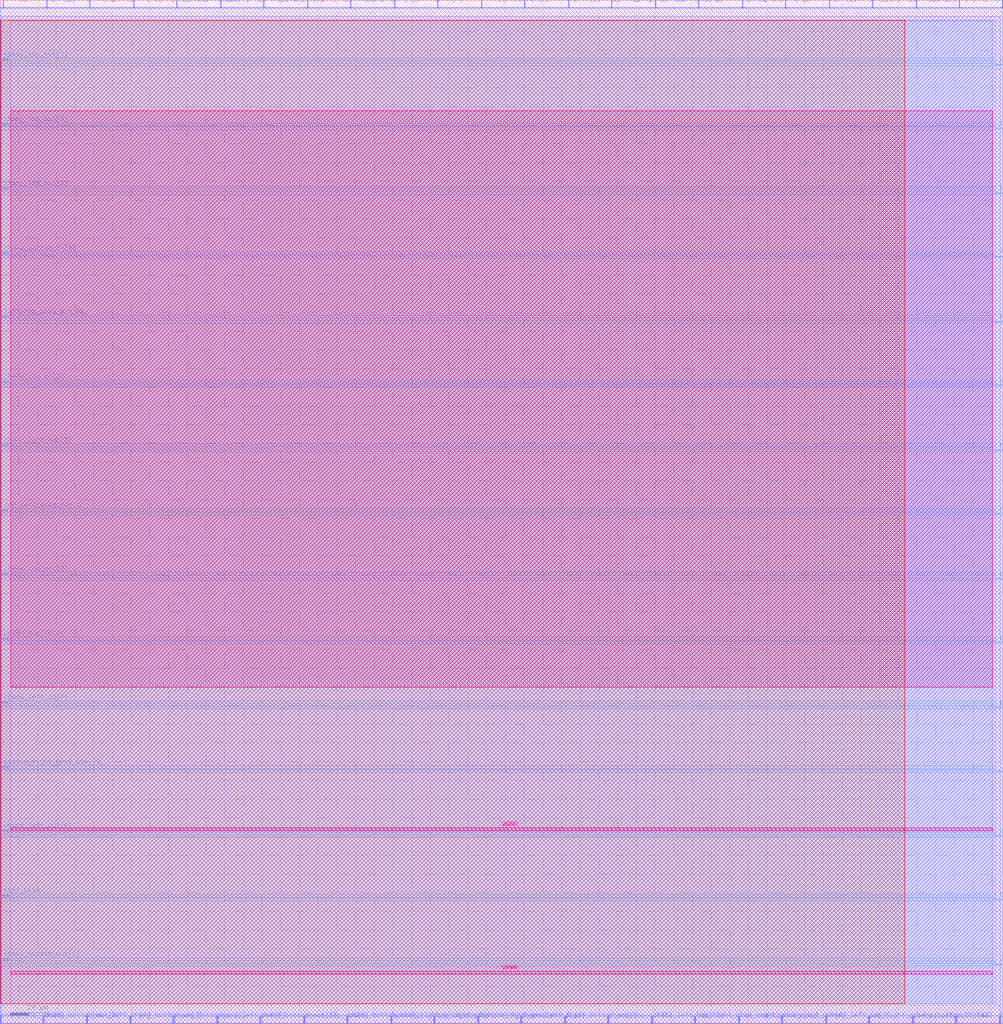
<source format=lef>
VERSION 5.7 ;
  NAMESCASESENSITIVE ON ;
  NOWIREEXTENSIONATPIN ON ;
  DIVIDERCHAR "/" ;
  BUSBITCHARS "[]" ;
UNITS
  DATABASE MICRONS 200 ;
END UNITS

MACRO sb_3__1_
  CLASS BLOCK ;
  FOREIGN sb_3__1_ ;
  ORIGIN 0.000 0.000 ;
  SIZE 536.095 BY 546.815 ;
  PIN bottom_left_grid_pin_13_
    DIRECTION INPUT ;
    PORT
      LAYER met2 ;
        RECT 303.690 542.815 303.970 546.815 ;
    END
  END bottom_left_grid_pin_13_
  PIN bottom_right_grid_pin_11_
    DIRECTION INPUT ;
    PORT
      LAYER met2 ;
        RECT 512.530 542.815 512.810 546.815 ;
    END
  END bottom_right_grid_pin_11_
  PIN bottom_right_grid_pin_13_
    DIRECTION INPUT ;
    PORT
      LAYER met3 ;
        RECT 0.000 136.720 4.000 137.320 ;
    END
  END bottom_right_grid_pin_13_
  PIN bottom_right_grid_pin_15_
    DIRECTION INPUT ;
    PORT
      LAYER met2 ;
        RECT 71.390 542.815 71.670 546.815 ;
    END
  END bottom_right_grid_pin_15_
  PIN bottom_right_grid_pin_1_
    DIRECTION INPUT ;
    PORT
      LAYER met3 ;
        RECT 532.095 374.720 536.095 375.320 ;
    END
  END bottom_right_grid_pin_1_
  PIN bottom_right_grid_pin_3_
    DIRECTION INPUT ;
    PORT
      LAYER met2 ;
        RECT 208.930 0.000 209.210 4.000 ;
    END
  END bottom_right_grid_pin_3_
  PIN bottom_right_grid_pin_5_
    DIRECTION INPUT ;
    PORT
      LAYER met2 ;
        RECT 255.390 0.000 255.670 4.000 ;
    END
  END bottom_right_grid_pin_5_
  PIN bottom_right_grid_pin_7_
    DIRECTION INPUT ;
    PORT
      LAYER met3 ;
        RECT 532.095 443.400 536.095 444.000 ;
    END
  END bottom_right_grid_pin_7_
  PIN bottom_right_grid_pin_9_
    DIRECTION INPUT ;
    PORT
      LAYER met2 ;
        RECT 326.690 542.815 326.970 546.815 ;
    END
  END bottom_right_grid_pin_9_
  PIN ccff_head
    DIRECTION INPUT ;
    PORT
      LAYER met3 ;
        RECT 0.000 68.040 4.000 68.640 ;
    END
  END ccff_head
  PIN ccff_tail
    DIRECTION OUTPUT TRISTATE ;
    PORT
      LAYER met2 ;
        RECT 510.690 0.000 510.970 4.000 ;
    END
  END ccff_tail
  PIN chanx_left_in[0]
    DIRECTION INPUT ;
    PORT
      LAYER met2 ;
        RECT 443.070 542.815 443.350 546.815 ;
    END
  END chanx_left_in[0]
  PIN chanx_left_in[1]
    DIRECTION INPUT ;
    PORT
      LAYER met2 ;
        RECT 278.390 0.000 278.670 4.000 ;
    END
  END chanx_left_in[1]
  PIN chanx_left_in[2]
    DIRECTION INPUT ;
    PORT
      LAYER met2 ;
        RECT 187.310 542.815 187.590 546.815 ;
    END
  END chanx_left_in[2]
  PIN chanx_left_in[3]
    DIRECTION INPUT ;
    PORT
      LAYER met3 ;
        RECT 532.095 340.720 536.095 341.320 ;
    END
  END chanx_left_in[3]
  PIN chanx_left_in[4]
    DIRECTION INPUT ;
    PORT
      LAYER met2 ;
        RECT 46.090 0.000 46.370 4.000 ;
    END
  END chanx_left_in[4]
  PIN chanx_left_in[5]
    DIRECTION INPUT ;
    PORT
      LAYER met3 ;
        RECT 0.000 171.400 4.000 172.000 ;
    END
  END chanx_left_in[5]
  PIN chanx_left_in[6]
    DIRECTION INPUT ;
    PORT
      LAYER met2 ;
        RECT 350.150 542.815 350.430 546.815 ;
    END
  END chanx_left_in[6]
  PIN chanx_left_in[7]
    DIRECTION INPUT ;
    PORT
      LAYER met2 ;
        RECT 441.230 0.000 441.510 4.000 ;
    END
  END chanx_left_in[7]
  PIN chanx_left_in[8]
    DIRECTION INPUT ;
    PORT
      LAYER met3 ;
        RECT 532.095 66.000 536.095 66.600 ;
    END
  END chanx_left_in[8]
  PIN chanx_left_out[0]
    DIRECTION OUTPUT TRISTATE ;
    PORT
      LAYER met3 ;
        RECT 0.000 308.760 4.000 309.360 ;
    END
  END chanx_left_out[0]
  PIN chanx_left_out[1]
    DIRECTION OUTPUT TRISTATE ;
    PORT
      LAYER met2 ;
        RECT 535.530 542.815 535.810 546.815 ;
    END
  END chanx_left_out[1]
  PIN chanx_left_out[2]
    DIRECTION OUTPUT TRISTATE ;
    PORT
      LAYER met2 ;
        RECT 210.770 542.815 211.050 546.815 ;
    END
  END chanx_left_out[2]
  PIN chanx_left_out[3]
    DIRECTION OUTPUT TRISTATE ;
    PORT
      LAYER met2 ;
        RECT 348.310 0.000 348.590 4.000 ;
    END
  END chanx_left_out[3]
  PIN chanx_left_out[4]
    DIRECTION OUTPUT TRISTATE ;
    PORT
      LAYER met3 ;
        RECT 0.000 102.720 4.000 103.320 ;
    END
  END chanx_left_out[4]
  PIN chanx_left_out[5]
    DIRECTION OUTPUT TRISTATE ;
    PORT
      LAYER met2 ;
        RECT 116.010 0.000 116.290 4.000 ;
    END
  END chanx_left_out[5]
  PIN chanx_left_out[6]
    DIRECTION OUTPUT TRISTATE ;
    PORT
      LAYER met3 ;
        RECT 532.095 478.080 536.095 478.680 ;
    END
  END chanx_left_out[6]
  PIN chanx_left_out[7]
    DIRECTION OUTPUT TRISTATE ;
    PORT
      LAYER met2 ;
        RECT 24.930 542.815 25.210 546.815 ;
    END
  END chanx_left_out[7]
  PIN chanx_left_out[8]
    DIRECTION OUTPUT TRISTATE ;
    PORT
      LAYER met2 ;
        RECT 47.930 542.815 48.210 546.815 ;
    END
  END chanx_left_out[8]
  PIN chany_bottom_in[0]
    DIRECTION INPUT ;
    PORT
      LAYER met2 ;
        RECT 419.610 542.815 419.890 546.815 ;
    END
  END chany_bottom_in[0]
  PIN chany_bottom_in[1]
    DIRECTION INPUT ;
    PORT
      LAYER met2 ;
        RECT 94.390 542.815 94.670 546.815 ;
    END
  END chany_bottom_in[1]
  PIN chany_bottom_in[2]
    DIRECTION INPUT ;
    PORT
      LAYER met2 ;
        RECT 534.150 0.000 534.430 4.000 ;
    END
  END chany_bottom_in[2]
  PIN chany_bottom_in[3]
    DIRECTION INPUT ;
    PORT
      LAYER met3 ;
        RECT 0.000 411.440 4.000 412.040 ;
    END
  END chany_bottom_in[3]
  PIN chany_bottom_in[4]
    DIRECTION INPUT ;
    PORT
      LAYER met3 ;
        RECT 532.095 100.000 536.095 100.600 ;
    END
  END chany_bottom_in[4]
  PIN chany_bottom_in[5]
    DIRECTION INPUT ;
    PORT
      LAYER met2 ;
        RECT 1.470 542.815 1.750 546.815 ;
    END
  END chany_bottom_in[5]
  PIN chany_bottom_in[6]
    DIRECTION INPUT ;
    PORT
      LAYER met2 ;
        RECT 92.550 0.000 92.830 4.000 ;
    END
  END chany_bottom_in[6]
  PIN chany_bottom_in[7]
    DIRECTION INPUT ;
    PORT
      LAYER met2 ;
        RECT 69.550 0.000 69.830 4.000 ;
    END
  END chany_bottom_in[7]
  PIN chany_bottom_in[8]
    DIRECTION INPUT ;
    PORT
      LAYER met2 ;
        RECT 301.850 0.000 302.130 4.000 ;
    END
  END chany_bottom_in[8]
  PIN chany_bottom_out[0]
    DIRECTION OUTPUT TRISTATE ;
    PORT
      LAYER met3 ;
        RECT 0.000 34.040 4.000 34.640 ;
    END
  END chany_bottom_out[0]
  PIN chany_bottom_out[1]
    DIRECTION OUTPUT TRISTATE ;
    PORT
      LAYER met2 ;
        RECT 185.470 0.000 185.750 4.000 ;
    END
  END chany_bottom_out[1]
  PIN chany_bottom_out[2]
    DIRECTION OUTPUT TRISTATE ;
    PORT
      LAYER met2 ;
        RECT 139.010 0.000 139.290 4.000 ;
    END
  END chany_bottom_out[2]
  PIN chany_bottom_out[3]
    DIRECTION OUTPUT TRISTATE ;
    PORT
      LAYER met2 ;
        RECT 373.150 542.815 373.430 546.815 ;
    END
  END chany_bottom_out[3]
  PIN chany_bottom_out[4]
    DIRECTION OUTPUT TRISTATE ;
    PORT
      LAYER met2 ;
        RECT 23.090 0.000 23.370 4.000 ;
    END
  END chany_bottom_out[4]
  PIN chany_bottom_out[5]
    DIRECTION OUTPUT TRISTATE ;
    PORT
      LAYER met3 ;
        RECT 532.095 306.040 536.095 306.640 ;
    END
  END chany_bottom_out[5]
  PIN chany_bottom_out[6]
    DIRECTION OUTPUT TRISTATE ;
    PORT
      LAYER met2 ;
        RECT 487.690 0.000 487.970 4.000 ;
    END
  END chany_bottom_out[6]
  PIN chany_bottom_out[7]
    DIRECTION OUTPUT TRISTATE ;
    PORT
      LAYER met2 ;
        RECT 280.230 542.815 280.510 546.815 ;
    END
  END chany_bottom_out[7]
  PIN chany_bottom_out[8]
    DIRECTION OUTPUT TRISTATE ;
    PORT
      LAYER met3 ;
        RECT 532.095 512.080 536.095 512.680 ;
    END
  END chany_bottom_out[8]
  PIN chany_top_in[0]
    DIRECTION INPUT ;
    PORT
      LAYER met3 ;
        RECT 532.095 272.040 536.095 272.640 ;
    END
  END chany_top_in[0]
  PIN chany_top_in[1]
    DIRECTION INPUT ;
    PORT
      LAYER met3 ;
        RECT 532.095 31.320 536.095 31.920 ;
    END
  END chany_top_in[1]
  PIN chany_top_in[2]
    DIRECTION INPUT ;
    PORT
      LAYER met3 ;
        RECT 0.000 205.400 4.000 206.000 ;
    END
  END chany_top_in[2]
  PIN chany_top_in[3]
    DIRECTION INPUT ;
    PORT
      LAYER met2 ;
        RECT 140.850 542.815 141.130 546.815 ;
    END
  END chany_top_in[3]
  PIN chany_top_in[4]
    DIRECTION INPUT ;
    PORT
      LAYER met3 ;
        RECT 532.095 237.360 536.095 237.960 ;
    END
  END chany_top_in[4]
  PIN chany_top_in[5]
    DIRECTION INPUT ;
    PORT
      LAYER met3 ;
        RECT 532.095 203.360 536.095 203.960 ;
    END
  END chany_top_in[5]
  PIN chany_top_in[6]
    DIRECTION INPUT ;
    PORT
      LAYER met2 ;
        RECT 257.230 542.815 257.510 546.815 ;
    END
  END chany_top_in[6]
  PIN chany_top_in[7]
    DIRECTION INPUT ;
    PORT
      LAYER met2 ;
        RECT 489.530 542.815 489.810 546.815 ;
    END
  END chany_top_in[7]
  PIN chany_top_in[8]
    DIRECTION INPUT ;
    PORT
      LAYER met3 ;
        RECT 0.000 342.760 4.000 343.360 ;
    END
  END chany_top_in[8]
  PIN chany_top_out[0]
    DIRECTION OUTPUT TRISTATE ;
    PORT
      LAYER met2 ;
        RECT 0.090 0.000 0.370 4.000 ;
    END
  END chany_top_out[0]
  PIN chany_top_out[1]
    DIRECTION OUTPUT TRISTATE ;
    PORT
      LAYER met3 ;
        RECT 0.000 446.120 4.000 446.720 ;
    END
  END chany_top_out[1]
  PIN chany_top_out[2]
    DIRECTION OUTPUT TRISTATE ;
    PORT
      LAYER met2 ;
        RECT 162.470 0.000 162.750 4.000 ;
    END
  END chany_top_out[2]
  PIN chany_top_out[3]
    DIRECTION OUTPUT TRISTATE ;
    PORT
      LAYER met3 ;
        RECT 0.000 514.800 4.000 515.400 ;
    END
  END chany_top_out[3]
  PIN chany_top_out[4]
    DIRECTION OUTPUT TRISTATE ;
    PORT
      LAYER met3 ;
        RECT 0.000 480.120 4.000 480.720 ;
    END
  END chany_top_out[4]
  PIN chany_top_out[5]
    DIRECTION OUTPUT TRISTATE ;
    PORT
      LAYER met2 ;
        RECT 324.850 0.000 325.130 4.000 ;
    END
  END chany_top_out[5]
  PIN chany_top_out[6]
    DIRECTION OUTPUT TRISTATE ;
    PORT
      LAYER met2 ;
        RECT 417.770 0.000 418.050 4.000 ;
    END
  END chany_top_out[6]
  PIN chany_top_out[7]
    DIRECTION OUTPUT TRISTATE ;
    PORT
      LAYER met2 ;
        RECT 396.610 542.815 396.890 546.815 ;
    END
  END chany_top_out[7]
  PIN chany_top_out[8]
    DIRECTION OUTPUT TRISTATE ;
    PORT
      LAYER met3 ;
        RECT 0.000 240.080 4.000 240.680 ;
    END
  END chany_top_out[8]
  PIN left_bottom_grid_pin_12_
    DIRECTION INPUT ;
    PORT
      LAYER met3 ;
        RECT 532.095 134.680 536.095 135.280 ;
    END
  END left_bottom_grid_pin_12_
  PIN left_top_grid_pin_10_
    DIRECTION INPUT ;
    PORT
      LAYER met3 ;
        RECT 0.000 377.440 4.000 378.040 ;
    END
  END left_top_grid_pin_10_
  PIN pReset
    DIRECTION INPUT ;
    PORT
      LAYER met2 ;
        RECT 233.770 542.815 234.050 546.815 ;
    END
  END pReset
  PIN prog_clk
    DIRECTION INPUT ;
    PORT
      LAYER met3 ;
        RECT 532.095 168.680 536.095 169.280 ;
    END
  END prog_clk
  PIN top_left_grid_pin_13_
    DIRECTION INPUT ;
    PORT
      LAYER met3 ;
        RECT 0.000 274.080 4.000 274.680 ;
    END
  END top_left_grid_pin_13_
  PIN top_right_grid_pin_11_
    DIRECTION INPUT ;
    PORT
      LAYER met2 ;
        RECT 371.310 0.000 371.590 4.000 ;
    END
  END top_right_grid_pin_11_
  PIN top_right_grid_pin_13_
    DIRECTION INPUT ;
    PORT
      LAYER met2 ;
        RECT 164.310 542.815 164.590 546.815 ;
    END
  END top_right_grid_pin_13_
  PIN top_right_grid_pin_15_
    DIRECTION INPUT ;
    PORT
      LAYER met2 ;
        RECT 464.230 0.000 464.510 4.000 ;
    END
  END top_right_grid_pin_15_
  PIN top_right_grid_pin_1_
    DIRECTION INPUT ;
    PORT
      LAYER met2 ;
        RECT 394.770 0.000 395.050 4.000 ;
    END
  END top_right_grid_pin_1_
  PIN top_right_grid_pin_3_
    DIRECTION INPUT ;
    PORT
      LAYER met2 ;
        RECT 466.070 542.815 466.350 546.815 ;
    END
  END top_right_grid_pin_3_
  PIN top_right_grid_pin_5_
    DIRECTION INPUT ;
    PORT
      LAYER met3 ;
        RECT 532.095 409.400 536.095 410.000 ;
    END
  END top_right_grid_pin_5_
  PIN top_right_grid_pin_7_
    DIRECTION INPUT ;
    PORT
      LAYER met2 ;
        RECT 117.850 542.815 118.130 546.815 ;
    END
  END top_right_grid_pin_7_
  PIN top_right_grid_pin_9_
    DIRECTION INPUT ;
    PORT
      LAYER met2 ;
        RECT 231.930 0.000 232.210 4.000 ;
    END
  END top_right_grid_pin_9_
  PIN VPWR
    DIRECTION INPUT ;
    USE POWER ;
    PORT
      LAYER met5 ;
        RECT 5.520 26.490 530.380 28.090 ;
    END
  END VPWR
  PIN VGND
    DIRECTION INPUT ;
    USE GROUND ;
    PORT
      LAYER met5 ;
        RECT 5.520 103.080 530.380 104.680 ;
    END
  END VGND
  OBS
      LAYER li1 ;
        RECT 5.520 10.795 530.380 535.925 ;
      LAYER met1 ;
        RECT 0.530 0.380 534.450 538.180 ;
      LAYER met2 ;
        RECT 0.090 542.535 1.190 543.050 ;
        RECT 2.030 542.535 24.650 543.050 ;
        RECT 25.490 542.535 47.650 543.050 ;
        RECT 48.490 542.535 71.110 543.050 ;
        RECT 71.950 542.535 94.110 543.050 ;
        RECT 94.950 542.535 117.570 543.050 ;
        RECT 118.410 542.535 140.570 543.050 ;
        RECT 141.410 542.535 164.030 543.050 ;
        RECT 164.870 542.535 187.030 543.050 ;
        RECT 187.870 542.535 210.490 543.050 ;
        RECT 211.330 542.535 233.490 543.050 ;
        RECT 234.330 542.535 256.950 543.050 ;
        RECT 257.790 542.535 279.950 543.050 ;
        RECT 280.790 542.535 303.410 543.050 ;
        RECT 304.250 542.535 326.410 543.050 ;
        RECT 327.250 542.535 349.870 543.050 ;
        RECT 350.710 542.535 372.870 543.050 ;
        RECT 373.710 542.535 396.330 543.050 ;
        RECT 397.170 542.535 419.330 543.050 ;
        RECT 420.170 542.535 442.790 543.050 ;
        RECT 443.630 542.535 465.790 543.050 ;
        RECT 466.630 542.535 489.250 543.050 ;
        RECT 490.090 542.535 512.250 543.050 ;
        RECT 513.090 542.535 535.250 543.050 ;
        RECT 0.090 4.280 535.530 542.535 ;
        RECT 0.650 0.270 22.810 4.280 ;
        RECT 23.650 0.270 45.810 4.280 ;
        RECT 46.650 0.270 69.270 4.280 ;
        RECT 70.110 0.270 92.270 4.280 ;
        RECT 93.110 0.270 115.730 4.280 ;
        RECT 116.570 0.270 138.730 4.280 ;
        RECT 139.570 0.270 162.190 4.280 ;
        RECT 163.030 0.270 185.190 4.280 ;
        RECT 186.030 0.270 208.650 4.280 ;
        RECT 209.490 0.270 231.650 4.280 ;
        RECT 232.490 0.270 255.110 4.280 ;
        RECT 255.950 0.270 278.110 4.280 ;
        RECT 278.950 0.270 301.570 4.280 ;
        RECT 302.410 0.270 324.570 4.280 ;
        RECT 325.410 0.270 348.030 4.280 ;
        RECT 348.870 0.270 371.030 4.280 ;
        RECT 371.870 0.270 394.490 4.280 ;
        RECT 395.330 0.270 417.490 4.280 ;
        RECT 418.330 0.270 440.950 4.280 ;
        RECT 441.790 0.270 463.950 4.280 ;
        RECT 464.790 0.270 487.410 4.280 ;
        RECT 488.250 0.270 510.410 4.280 ;
        RECT 511.250 0.270 533.870 4.280 ;
        RECT 534.710 0.270 535.530 4.280 ;
      LAYER met3 ;
        RECT 0.270 515.800 532.095 536.005 ;
        RECT 4.400 514.400 532.095 515.800 ;
        RECT 0.270 513.080 532.095 514.400 ;
        RECT 0.270 511.680 531.695 513.080 ;
        RECT 0.270 481.120 532.095 511.680 ;
        RECT 4.400 479.720 532.095 481.120 ;
        RECT 0.270 479.080 532.095 479.720 ;
        RECT 0.270 477.680 531.695 479.080 ;
        RECT 0.270 447.120 532.095 477.680 ;
        RECT 4.400 445.720 532.095 447.120 ;
        RECT 0.270 444.400 532.095 445.720 ;
        RECT 0.270 443.000 531.695 444.400 ;
        RECT 0.270 412.440 532.095 443.000 ;
        RECT 4.400 411.040 532.095 412.440 ;
        RECT 0.270 410.400 532.095 411.040 ;
        RECT 0.270 409.000 531.695 410.400 ;
        RECT 0.270 378.440 532.095 409.000 ;
        RECT 4.400 377.040 532.095 378.440 ;
        RECT 0.270 375.720 532.095 377.040 ;
        RECT 0.270 374.320 531.695 375.720 ;
        RECT 0.270 343.760 532.095 374.320 ;
        RECT 4.400 342.360 532.095 343.760 ;
        RECT 0.270 341.720 532.095 342.360 ;
        RECT 0.270 340.320 531.695 341.720 ;
        RECT 0.270 309.760 532.095 340.320 ;
        RECT 4.400 308.360 532.095 309.760 ;
        RECT 0.270 307.040 532.095 308.360 ;
        RECT 0.270 305.640 531.695 307.040 ;
        RECT 0.270 275.080 532.095 305.640 ;
        RECT 4.400 273.680 532.095 275.080 ;
        RECT 0.270 273.040 532.095 273.680 ;
        RECT 0.270 271.640 531.695 273.040 ;
        RECT 0.270 241.080 532.095 271.640 ;
        RECT 4.400 239.680 532.095 241.080 ;
        RECT 0.270 238.360 532.095 239.680 ;
        RECT 0.270 236.960 531.695 238.360 ;
        RECT 0.270 206.400 532.095 236.960 ;
        RECT 4.400 205.000 532.095 206.400 ;
        RECT 0.270 204.360 532.095 205.000 ;
        RECT 0.270 202.960 531.695 204.360 ;
        RECT 0.270 172.400 532.095 202.960 ;
        RECT 4.400 171.000 532.095 172.400 ;
        RECT 0.270 169.680 532.095 171.000 ;
        RECT 0.270 168.280 531.695 169.680 ;
        RECT 0.270 137.720 532.095 168.280 ;
        RECT 4.400 136.320 532.095 137.720 ;
        RECT 0.270 135.680 532.095 136.320 ;
        RECT 0.270 134.280 531.695 135.680 ;
        RECT 0.270 103.720 532.095 134.280 ;
        RECT 4.400 102.320 532.095 103.720 ;
        RECT 0.270 101.000 532.095 102.320 ;
        RECT 0.270 99.600 531.695 101.000 ;
        RECT 0.270 69.040 532.095 99.600 ;
        RECT 4.400 67.640 532.095 69.040 ;
        RECT 0.270 67.000 532.095 67.640 ;
        RECT 0.270 65.600 531.695 67.000 ;
        RECT 0.270 35.040 532.095 65.600 ;
        RECT 4.400 33.640 532.095 35.040 ;
        RECT 0.270 32.320 532.095 33.640 ;
        RECT 0.270 30.920 531.695 32.320 ;
        RECT 0.270 10.715 532.095 30.920 ;
      LAYER met4 ;
        RECT 0.295 10.640 483.440 536.080 ;
      LAYER met5 ;
        RECT 5.520 179.670 530.380 487.630 ;
  END
END sb_3__1_
END LIBRARY


</source>
